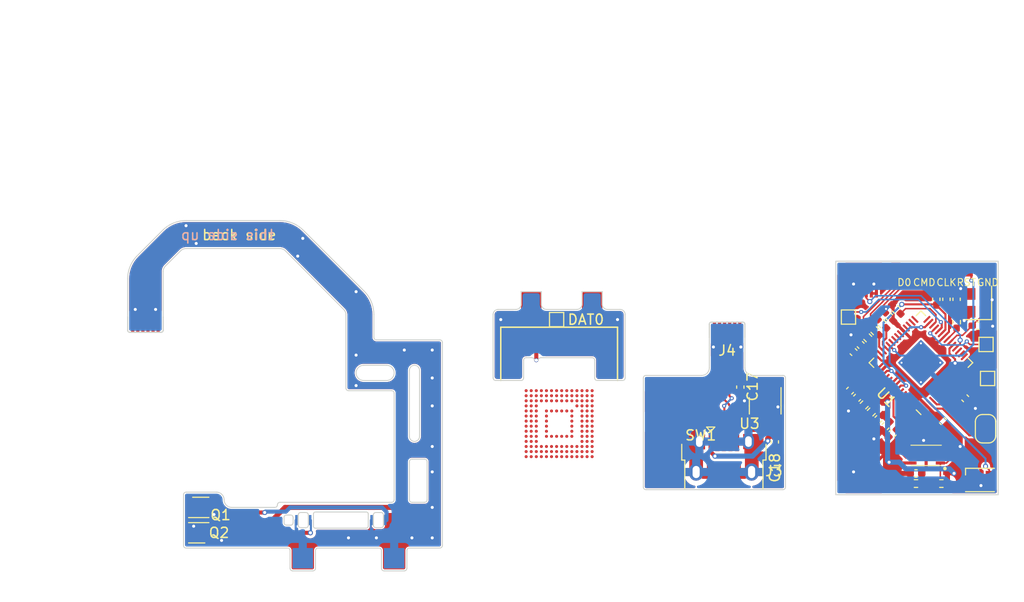
<source format=kicad_pcb>
(kicad_pcb (version 20221018) (generator pcbnew)

  (general
    (thickness 0.115)
  )

  (paper "A4")
  (layers
    (0 "F.Cu" signal)
    (31 "B.Cu" signal)
    (32 "B.Adhes" user "B.Adhesive")
    (33 "F.Adhes" user "F.Adhesive")
    (34 "B.Paste" user)
    (35 "F.Paste" user)
    (36 "B.SilkS" user "B.Silkscreen")
    (37 "F.SilkS" user "F.Silkscreen")
    (38 "B.Mask" user)
    (39 "F.Mask" user)
    (40 "Dwgs.User" user "User.Drawings")
    (41 "Cmts.User" user "User.Comments")
    (42 "Eco1.User" user "User.Eco1")
    (43 "Eco2.User" user "User.Eco2")
    (44 "Edge.Cuts" user)
    (45 "Margin" user)
    (46 "B.CrtYd" user "B.Courtyard")
    (47 "F.CrtYd" user "F.Courtyard")
    (48 "B.Fab" user)
    (49 "F.Fab" user)
    (50 "User.1" user)
    (51 "User.2" user)
    (52 "User.3" user)
    (53 "User.4" user)
    (54 "User.5" user)
    (55 "User.6" user)
    (56 "User.7" user)
    (57 "User.8" user)
    (58 "User.9" user)
  )

  (setup
    (stackup
      (layer "F.SilkS" (type "Top Silk Screen"))
      (layer "F.Paste" (type "Top Solder Paste"))
      (layer "F.Mask" (type "Top Solder Mask") (thickness 0.01))
      (layer "F.Cu" (type "copper") (thickness 0.035))
      (layer "dielectric 1" (type "core") (color "Polyimide") (thickness 0.025) (material "Polyimide") (epsilon_r 3.2) (loss_tangent 0.004))
      (layer "B.Cu" (type "copper") (thickness 0.035))
      (layer "B.Mask" (type "Bottom Solder Mask") (thickness 0.01))
      (layer "B.Paste" (type "Bottom Solder Paste"))
      (layer "B.SilkS" (type "Bottom Silk Screen"))
      (copper_finish "None")
      (dielectric_constraints no)
    )
    (pad_to_mask_clearance 0)
    (pcbplotparams
      (layerselection 0x00010fc_ffffffff)
      (plot_on_all_layers_selection 0x0000000_00000000)
      (disableapertmacros false)
      (usegerberextensions false)
      (usegerberattributes true)
      (usegerberadvancedattributes true)
      (creategerberjobfile true)
      (dashed_line_dash_ratio 12.000000)
      (dashed_line_gap_ratio 3.000000)
      (svgprecision 4)
      (plotframeref false)
      (viasonmask false)
      (mode 1)
      (useauxorigin false)
      (hpglpennumber 1)
      (hpglpenspeed 20)
      (hpglpendiameter 15.000000)
      (dxfpolygonmode true)
      (dxfimperialunits true)
      (dxfusepcbnewfont true)
      (psnegative false)
      (psa4output false)
      (plotreference true)
      (plotvalue true)
      (plotinvisibletext false)
      (sketchpadsonfab false)
      (subtractmaskfromsilk false)
      (outputformat 1)
      (mirror false)
      (drillshape 1)
      (scaleselection 1)
      (outputdirectory "")
    )
  )

  (net 0 "")
  (net 1 "+3V3")
  (net 2 "GND")
  (net 3 "/XIN")
  (net 4 "Net-(C3-Pad2)")
  (net 5 "+1V1")
  (net 6 "GND1")
  (net 7 "VBUS")
  (net 8 "unconnected-(D1-DOUT-Pad2)")
  (net 9 "/STATUS_LED")
  (net 10 "Net-(J6-Pin_3)")
  (net 11 "GND2")
  (net 12 "/QSPI_~{CS}")
  (net 13 "/~{USB_BOOT}")
  (net 14 "/XOUT")
  (net 15 "/USB_DP")
  (net 16 "/DP")
  (net 17 "/NX_CLK")
  (net 18 "Net-(U1-GPIO27_ADC1)")
  (net 19 "/NX_CMD")
  (net 20 "Net-(U1-GPIO28_ADC2)")
  (net 21 "/NX_D0")
  (net 22 "Net-(U1-GPIO29_ADC3)")
  (net 23 "/RP2040_~{USB_BOOT}")
  (net 24 "/TRAINING_RESET_A")
  (net 25 "/TRAINING_RESET_B")
  (net 26 "unconnected-(U1-GPIO2-Pad4)")
  (net 27 "unconnected-(U1-GPIO3-Pad5)")
  (net 28 "unconnected-(U1-GPIO4-Pad6)")
  (net 29 "unconnected-(U1-GPIO5-Pad7)")
  (net 30 "unconnected-(U1-GPIO6-Pad8)")
  (net 31 "unconnected-(U1-GPIO7-Pad9)")
  (net 32 "unconnected-(U1-GPIO8-Pad11)")
  (net 33 "unconnected-(U1-GPIO9-Pad12)")
  (net 34 "unconnected-(U1-GPIO10-Pad13)")
  (net 35 "unconnected-(U1-GPIO11-Pad14)")
  (net 36 "unconnected-(U1-GPIO12-Pad15)")
  (net 37 "unconnected-(U1-GPIO13-Pad16)")
  (net 38 "unconnected-(U1-GPIO14-Pad17)")
  (net 39 "/NX_CPU")
  (net 40 "/SWCLK")
  (net 41 "/SWD")
  (net 42 "/RUN")
  (net 43 "unconnected-(U1-GPIO17-Pad28)")
  (net 44 "unconnected-(U1-GPIO18-Pad29)")
  (net 45 "unconnected-(U1-GPIO19-Pad30)")
  (net 46 "unconnected-(U1-GPIO20-Pad31)")
  (net 47 "unconnected-(U1-GPIO21-Pad32)")
  (net 48 "unconnected-(U1-GPIO22-Pad34)")
  (net 49 "unconnected-(U1-GPIO23-Pad35)")
  (net 50 "unconnected-(U1-GPIO24-Pad36)")
  (net 51 "unconnected-(U1-GPIO25-Pad37)")
  (net 52 "/NX_RST")
  (net 53 "/QSPI_SD3")
  (net 54 "/QSPI_CLK")
  (net 55 "/QSPI_SD0")
  (net 56 "/QSPI_SD2")
  (net 57 "/QSPI_SD1")
  (net 58 "/D+")
  (net 59 "/D-")
  (net 60 "Net-(C16-Pad1)")
  (net 61 "Net-(C15-Pad1)")
  (net 62 "/DAT0")
  (net 63 "GND3")
  (net 64 "unconnected-(J3-ID-Pad4)")
  (net 65 "/USB_DN")
  (net 66 "/DN")

  (footprint "TestPoint:TestPoint_Pad_1.0x1.0mm" (layer "F.Cu") (at 167.25 52.5))

  (footprint "Capacitor_SMD:C_0402_1005Metric_Pad0.74x0.62mm_HandSolder" (layer "F.Cu") (at 178.75 60.5 135))

  (footprint "Capacitor_SMD:C_0402_1005Metric_Pad0.74x0.62mm_HandSolder" (layer "F.Cu") (at 168.1 60.45 45))

  (footprint "Capacitor_SMD:C_0402_1005Metric_Pad0.74x0.62mm_HandSolder" (layer "F.Cu") (at 177.9 50.75 -90))

  (footprint "Resistor_SMD:R_0402_1005Metric_Pad0.72x0.64mm_HandSolder" (layer "F.Cu") (at 171.95 51.75 -45))

  (footprint "TestPoint:TestPoint_Pad_1.0x1.0mm" (layer "F.Cu") (at 138.5 52.75))

  (footprint "Capacitor_SMD:C_0402_1005Metric_Pad0.74x0.62mm_HandSolder" (layer "F.Cu") (at 175.9 50.75 -90))

  (footprint "flexifly:FPC_1x06_P0.50mm" (layer "F.Cu") (at 155.295832 53.75))

  (footprint "TestPoint:TestPoint_Pad_1.0x1.0mm" (layer "F.Cu") (at 177 48))

  (footprint "TestPoint:TestPoint_Pad_1.0x1.0mm" (layer "F.Cu") (at 181 48))

  (footprint "TestPoint:TestPoint_Pad_1.0x1.0mm" (layer "F.Cu") (at 180.8 55.2))

  (footprint "flexifly:HCTL_HC-FPC-05-09-6RLTAG_1x06-1MP_P0.50mm_Horizontal" (layer "F.Cu") (at 168.75 47.275 180))

  (footprint "TestPoint:TestPoint_Pad_1.0x1.0mm" (layer "F.Cu") (at 179 48))

  (footprint "Capacitor_SMD:C_0402_1005Metric_Pad0.74x0.62mm_HandSolder" (layer "F.Cu") (at 171.6 63.95 45))

  (footprint "Crystal:Crystal_SMD_2520-4Pin_2.5x2.0mm" (layer "F.Cu") (at 179.95 51.1 90))

  (footprint "Capacitor_SMD:C_0402_1005Metric_Pad0.74x0.62mm_HandSolder" (layer "F.Cu") (at 170.2 62.55 45))

  (footprint "flexifly:FBGA_153_P0.50mm" (layer "F.Cu") (at 138.75 63))

  (footprint "Resistor_SMD:R_0402_1005Metric_Pad0.72x0.64mm_HandSolder" (layer "F.Cu") (at 169.5 61.85 45))

  (footprint "Capacitor_SMD:C_0402_1005Metric_Pad0.74x0.62mm_HandSolder" (layer "F.Cu") (at 176.55 62.75 135))

  (footprint "Capacitor_SMD:C_0402_1005Metric_Pad0.74x0.62mm_HandSolder" (layer "F.Cu") (at 156.595832 59.4 90))

  (footprint "flexifly:W25QxxxxUXxx" (layer "F.Cu") (at 174.9 66.125))

  (footprint "Capacitor_SMD:C_0402_1005Metric_Pad0.74x0.62mm_HandSolder" (layer "F.Cu") (at 176.9 50.75 -90))

  (footprint "TestPoint:TestPoint_Pad_1.0x1.0mm" (layer "F.Cu") (at 180.95 58.55))

  (footprint "TestPoint:TestPoint_Pad_1.0x1.0mm" (layer "F.Cu") (at 175 48))

  (footprint "Capacitor_SMD:C_0402_1005Metric_Pad0.74x0.62mm_HandSolder" (layer "F.Cu") (at 171.25 52.45 -45))

  (footprint "Capacitor_SMD:C_0402_1005Metric_Pad0.74x0.62mm_HandSolder" (layer "F.Cu") (at 159.995832 64.8 -90))

  (footprint "TestPoint:TestPoint_Pad_1.0x1.0mm" (layer "F.Cu") (at 173 48))

  (footprint "flexifly:MicroFET_2x2" (layer "F.Cu") (at 103.25 73.75 90))

  (footprint "TestPoint:TestPoint_Pad_2.0x2.0mm" (layer "F.Cu") (at 136 51))

  (footprint "flexifly:Conn_BGA_shim" (layer "F.Cu") (at 136.5 56.75))

  (footprint "flexifly:SW_SPST_XKB_1187A-B-A-B" (layer "F.Cu") (at 150.795832 60.95 180))

  (footprint "TestPoint:TestPoint_Pad_2.0x2.0mm" (layer "F.Cu") (at 142 51))

  (footprint "Capacitor_SMD:C_0402_1005Metric_Pad0.74x0.62mm_HandSolder" (layer "F.Cu") (at 168.45 55.25 -45))

  (footprint "Jumper:SolderJumper-2_P1.3mm_Open_RoundedPad1.0x1.5mm" (layer "F.Cu") (at 180.75 63.5 -90))

  (footprint "Package_TO_SOT_SMD:SOT-23-3" (layer "F.Cu") (at 159.045832 61.25 -90))

  (footprint "Capacitor_SMD:C_0402_1005Metric_Pad0.74x0.62mm_HandSolder" (layer "F.Cu") (at 167.75 55.95 -45))

  (footprint "Capacitor_SMD:C_0402_1005Metric_Pad0.74x0.62mm_HandSolder" (layer "F.Cu") (at 180 53.35 180))

  (footprint "flexifly:MicroFET_2x2" (layer "F.Cu") (at 103.25 71.25 -90))

  (footprint "Resistor_SMD:R_0402_1005Metric_Pad0.72x0.64mm_HandSolder" (layer "F.Cu") (at 176.4 68.9 180))

  (footprint "flexifly:FPC_1x06_P0.50mm" (layer "F.Cu") (at 98 53.25 180))

  (footprint "LED_SMD:LED_WS2812B-2020_PLCC4_2.0x2.0mm" (layer "F.Cu") (at 180.2 68.55))

  (footprint "Capacitor_SMD:C_0402_1005Metric_Pad0.74x0.62mm_HandSolder" (layer "F.Cu") (at 170.9 63.25 45))

  (footprint "Capacitor_SMD:C_0402_1005Metric_Pad0.74x0.62mm_HandSolder" (layer "F.Cu") (at 173.9 67.9))

  (footprint "Capacitor_SMD:C_0402_1005Metric_Pad0.74x0.62mm_HandSolder" (layer "F.Cu") (at 167.4 59.75 -135))

  (footprint "Resistor_SMD:R_0402_1005Metric_Pad0.72x0.64mm_HandSolder" (layer "F.Cu") (at 173.9 68.9))

  (footprint "Resistor_SMD:R_0402_1005Metric_Pad0.72x0.64mm_HandSolder" (layer "F.Cu") (at 168.8 61.15 -135))

  (footprint "Connector_USB:USB_Micro-B_Amphenol_10103594-0001LF_Horizontal" (layer "F.Cu") (at 155.000832 66.65))

  (footprint "Resistor_SMD:R_0402_1005Metric_Pad0.72x0.64mm_HandSolder" (layer "F.Cu") (at 170.55 53.15 -45))

  (footprint "Package_DFN_QFN:QFN-56-1EP_7x7mm_P0.4mm_EP3.2x3.2mm_ThermalVias" (layer "F.Cu") (at 174.384996 57 135))

  (footprint "Resistor_SMD:R_0402_1005Metric_Pad0.72x0.64mm_HandSolder" (layer "F.Cu")
    (tstamp f66f780e-8e96-4263-ba6e-7db2534b83ed)
    (at 169.15 54.55 -45)
    (descr "Resistor SMD 0402 (1005 Metric), square (rectangular) end terminal, IPC_7351 nominal with elongated pad for handsoldering. (Body size source: IPC-SM-782 page 72, https://www.pcb-3d.com/wordpress/wp-content/uploads/ipc-sm-782a_amendment_1_and_2.pdf), generated with kicad-footprint-generator")
    (tags "resistor handsolder")
    (property "Sheetfile" "flexifly.kicad_sch")
    (property "Sheetname" "")
    (property "ki_description" "Resistor")
    (property "ki_keywords" "R res resistor")
    (path "/da71d225-6811-4f4b-8b25-170048691591")
    (attr smd)
    (fp_text reference "R8" (at 0 -1.17 135) (layer "F.SilkS") hide
        (effects (font (size 1 1) (thickness 0.15)))
      (tstamp 1d35a5ea-0cb8-4710-bab4-ca7c9e48dbd4)
    )
    (fp_text value "47" (at 0 1.17 135) (layer "F.Fab")
        (effects (font (size 1 1) (thickness 0.15)))
      (tstamp a0665810-8934-421a-ad41-048e41c8e245)
    )
    (fp_text user "${REFERENCE}" (at 0 0 135) (layer "F.Fab")
        (effects (font (size 0.26 0.26) (thickness 0.04)))
      (tstamp 54a21d4c-ee81-4453-afd9-84ba425bfa40)
    )
    (fp_line (start -0.167621 -0.38) (end 0.167621 -0.38)
      (stroke (width 0.12) (type solid)) (layer "F.SilkS") (tstamp 4d1bede0-5a2d-44ab-b7eb-1583544fe508))
    (fp_line (start -0.167621 0.38) (end 0.167621 0.38)
      (stroke (width 0.12) (type solid)) (layer "F.SilkS") (tstamp e030a292-ef91-4228-be46-501e2f8daaa0))
    (fp_line (start -1.1 -0.47) (end 1.1 -0.47)
      (stroke (width 0.05) (type solid)) (layer "F.CrtYd") (tstamp db8d699c-b41d-43b0-9a98-4d65cb887ed1))
    (fp_line (start -1.1 0.47) (end -1.1 -0.47)
      (stroke (width 0.05) (type solid)) (layer "F.CrtYd") (tstamp ea241217-8f36-4f6b-904e-f43b066bf576))
    (fp_line (start 1.1 -0.47) (end 1.1 0.47)
      (stroke (width 0.05) (type solid)) (layer "F.CrtYd") (tstamp abbd419a-db1c-483e-98b2-335c7ac4312a))
    (fp_line (start 1.1 0.47) (end -1.1 0.47)
      (stroke (width 0.05) (type solid)) (layer "F.CrtYd") (tstamp caf12171-2e33-4e25-aba7-8824ef1598f0))
    (fp_line (start -0.525 -0.27) (end 0.525 -0.27)
      (stroke (width 0.1) (type solid)) (layer "F.Fab") (tstamp 405f631d-da3e-40eb-89d2-503b1b9d6b76))
    (fp_line (start -0.525 0.27) (end -0.525 -0.27)
      (stroke (width 0.1) (type solid)) (layer "F.Fab") (tstamp bb995d18-d1e7-47ef-86f3-e12c336fb095))
    (fp_line (start 0.525 -0.27) (end 0.525 0.27)
      (stroke (width 0.1) (type solid)) (layer "F.Fab") (tstamp 0a2074ae-d412-486b-8efb-83a1449cc575))
    (fp_line (start 0.525 0.27) (end -0.525 0.27)
      (stroke (width 0.1) (type solid)) (layer "F.Fab") (tstamp 40280903-77e9-49d4-8442-95b99c5c46a6))
    (pad "1" smd roundrect (at -0.5975 0 315) (size 0.715 0.64) (layers "F.Cu" "F.Paste" "F.Mask") (roundrect_rratio 0.25)
      (net 21 "/NX_D0") (pintype "passive") (tstamp df625cae-936c-4c9c-89ff-f3396a91e24c))
    (pad "2" smd roundrect (at 0.5975 0 315) (size 0.715 0.64) (layers "F.Cu" "F.Paste" "F.Mask") (roundrect_rratio 0.25)
      (net 22 "Net-(U1-GPIO29_ADC3)") (pintype "passive") (tstamp 418f7fb8-1689-4e02-aabe-9a7249f21705))
    (model "${KICAD6_3DMODEL_DIR}/Resistor_SMD.3dshapes/R_0402_1005Me
... [330555 chars truncated]
</source>
